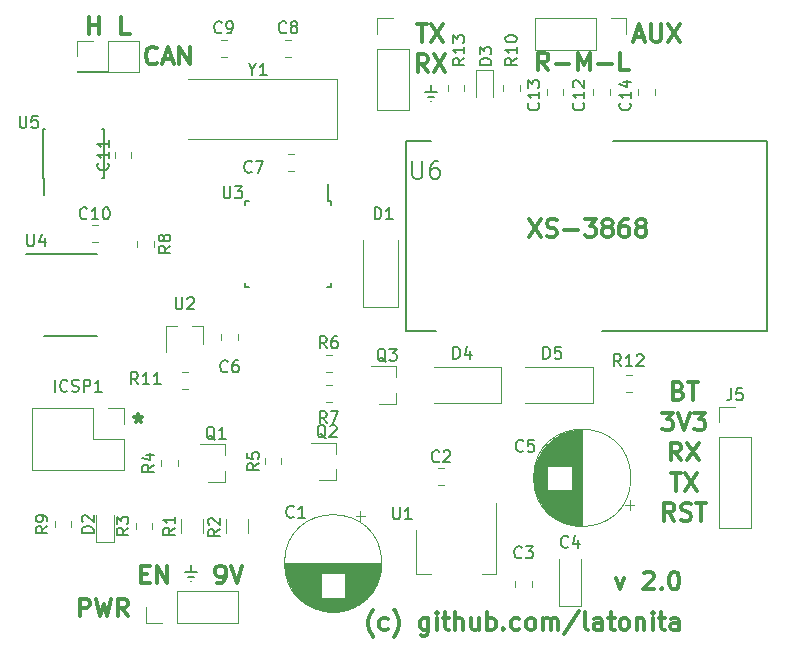
<source format=gbr>
%TF.GenerationSoftware,KiCad,Pcbnew,5.0.2-bee76a0~70~ubuntu18.04.1*%
%TF.CreationDate,2019-01-23T23:21:27+03:00*%
%TF.ProjectId,jeep-radio,6a656570-2d72-4616-9469-6f2e6b696361,rev?*%
%TF.SameCoordinates,Original*%
%TF.FileFunction,Legend,Top*%
%TF.FilePolarity,Positive*%
%FSLAX46Y46*%
G04 Gerber Fmt 4.6, Leading zero omitted, Abs format (unit mm)*
G04 Created by KiCad (PCBNEW 5.0.2-bee76a0~70~ubuntu18.04.1) date Ср 23 янв 2019 23:21:27*
%MOMM*%
%LPD*%
G01*
G04 APERTURE LIST*
%ADD10C,0.300000*%
%ADD11C,0.200000*%
%ADD12C,0.120000*%
%ADD13C,0.150000*%
G04 APERTURE END LIST*
D10*
X172763714Y-100710857D02*
X172978000Y-100782285D01*
X173049428Y-100853714D01*
X173120857Y-100996571D01*
X173120857Y-101210857D01*
X173049428Y-101353714D01*
X172978000Y-101425142D01*
X172835142Y-101496571D01*
X172263714Y-101496571D01*
X172263714Y-99996571D01*
X172763714Y-99996571D01*
X172906571Y-100068000D01*
X172978000Y-100139428D01*
X173049428Y-100282285D01*
X173049428Y-100425142D01*
X172978000Y-100568000D01*
X172906571Y-100639428D01*
X172763714Y-100710857D01*
X172263714Y-100710857D01*
X173549428Y-99996571D02*
X174406571Y-99996571D01*
X173978000Y-101496571D02*
X173978000Y-99996571D01*
X171370857Y-102546571D02*
X172299428Y-102546571D01*
X171799428Y-103118000D01*
X172013714Y-103118000D01*
X172156571Y-103189428D01*
X172228000Y-103260857D01*
X172299428Y-103403714D01*
X172299428Y-103760857D01*
X172228000Y-103903714D01*
X172156571Y-103975142D01*
X172013714Y-104046571D01*
X171585142Y-104046571D01*
X171442285Y-103975142D01*
X171370857Y-103903714D01*
X172728000Y-102546571D02*
X173228000Y-104046571D01*
X173728000Y-102546571D01*
X174085142Y-102546571D02*
X175013714Y-102546571D01*
X174513714Y-103118000D01*
X174728000Y-103118000D01*
X174870857Y-103189428D01*
X174942285Y-103260857D01*
X175013714Y-103403714D01*
X175013714Y-103760857D01*
X174942285Y-103903714D01*
X174870857Y-103975142D01*
X174728000Y-104046571D01*
X174299428Y-104046571D01*
X174156571Y-103975142D01*
X174085142Y-103903714D01*
X172978000Y-106596571D02*
X172478000Y-105882285D01*
X172120857Y-106596571D02*
X172120857Y-105096571D01*
X172692285Y-105096571D01*
X172835142Y-105168000D01*
X172906571Y-105239428D01*
X172978000Y-105382285D01*
X172978000Y-105596571D01*
X172906571Y-105739428D01*
X172835142Y-105810857D01*
X172692285Y-105882285D01*
X172120857Y-105882285D01*
X173478000Y-105096571D02*
X174478000Y-106596571D01*
X174478000Y-105096571D02*
X173478000Y-106596571D01*
X172085142Y-107646571D02*
X172942285Y-107646571D01*
X172513714Y-109146571D02*
X172513714Y-107646571D01*
X173299428Y-107646571D02*
X174299428Y-109146571D01*
X174299428Y-107646571D02*
X173299428Y-109146571D01*
X172406571Y-111696571D02*
X171906571Y-110982285D01*
X171549428Y-111696571D02*
X171549428Y-110196571D01*
X172120857Y-110196571D01*
X172263714Y-110268000D01*
X172335142Y-110339428D01*
X172406571Y-110482285D01*
X172406571Y-110696571D01*
X172335142Y-110839428D01*
X172263714Y-110910857D01*
X172120857Y-110982285D01*
X171549428Y-110982285D01*
X172978000Y-111625142D02*
X173192285Y-111696571D01*
X173549428Y-111696571D01*
X173692285Y-111625142D01*
X173763714Y-111553714D01*
X173835142Y-111410857D01*
X173835142Y-111268000D01*
X173763714Y-111125142D01*
X173692285Y-111053714D01*
X173549428Y-110982285D01*
X173263714Y-110910857D01*
X173120857Y-110839428D01*
X173049428Y-110768000D01*
X172978000Y-110625142D01*
X172978000Y-110482285D01*
X173049428Y-110339428D01*
X173120857Y-110268000D01*
X173263714Y-110196571D01*
X173620857Y-110196571D01*
X173835142Y-110268000D01*
X174263714Y-110196571D02*
X175120857Y-110196571D01*
X174692285Y-111696571D02*
X174692285Y-110196571D01*
X167465714Y-116518571D02*
X167822857Y-117518571D01*
X168180000Y-116518571D01*
X169822857Y-116161428D02*
X169894285Y-116090000D01*
X170037142Y-116018571D01*
X170394285Y-116018571D01*
X170537142Y-116090000D01*
X170608571Y-116161428D01*
X170680000Y-116304285D01*
X170680000Y-116447142D01*
X170608571Y-116661428D01*
X169751428Y-117518571D01*
X170680000Y-117518571D01*
X171322857Y-117375714D02*
X171394285Y-117447142D01*
X171322857Y-117518571D01*
X171251428Y-117447142D01*
X171322857Y-117375714D01*
X171322857Y-117518571D01*
X172322857Y-116018571D02*
X172465714Y-116018571D01*
X172608571Y-116090000D01*
X172680000Y-116161428D01*
X172751428Y-116304285D01*
X172822857Y-116590000D01*
X172822857Y-116947142D01*
X172751428Y-117232857D01*
X172680000Y-117375714D01*
X172608571Y-117447142D01*
X172465714Y-117518571D01*
X172322857Y-117518571D01*
X172180000Y-117447142D01*
X172108571Y-117375714D01*
X172037142Y-117232857D01*
X171965714Y-116947142D01*
X171965714Y-116590000D01*
X172037142Y-116304285D01*
X172108571Y-116161428D01*
X172180000Y-116090000D01*
X172322857Y-116018571D01*
X146924714Y-121519000D02*
X146853285Y-121447571D01*
X146710428Y-121233285D01*
X146639000Y-121090428D01*
X146567571Y-120876142D01*
X146496142Y-120519000D01*
X146496142Y-120233285D01*
X146567571Y-119876142D01*
X146639000Y-119661857D01*
X146710428Y-119519000D01*
X146853285Y-119304714D01*
X146924714Y-119233285D01*
X148139000Y-120876142D02*
X147996142Y-120947571D01*
X147710428Y-120947571D01*
X147567571Y-120876142D01*
X147496142Y-120804714D01*
X147424714Y-120661857D01*
X147424714Y-120233285D01*
X147496142Y-120090428D01*
X147567571Y-120019000D01*
X147710428Y-119947571D01*
X147996142Y-119947571D01*
X148139000Y-120019000D01*
X148639000Y-121519000D02*
X148710428Y-121447571D01*
X148853285Y-121233285D01*
X148924714Y-121090428D01*
X148996142Y-120876142D01*
X149067571Y-120519000D01*
X149067571Y-120233285D01*
X148996142Y-119876142D01*
X148924714Y-119661857D01*
X148853285Y-119519000D01*
X148710428Y-119304714D01*
X148639000Y-119233285D01*
X151567571Y-119947571D02*
X151567571Y-121161857D01*
X151496142Y-121304714D01*
X151424714Y-121376142D01*
X151281857Y-121447571D01*
X151067571Y-121447571D01*
X150924714Y-121376142D01*
X151567571Y-120876142D02*
X151424714Y-120947571D01*
X151139000Y-120947571D01*
X150996142Y-120876142D01*
X150924714Y-120804714D01*
X150853285Y-120661857D01*
X150853285Y-120233285D01*
X150924714Y-120090428D01*
X150996142Y-120019000D01*
X151139000Y-119947571D01*
X151424714Y-119947571D01*
X151567571Y-120019000D01*
X152281857Y-120947571D02*
X152281857Y-119947571D01*
X152281857Y-119447571D02*
X152210428Y-119519000D01*
X152281857Y-119590428D01*
X152353285Y-119519000D01*
X152281857Y-119447571D01*
X152281857Y-119590428D01*
X152781857Y-119947571D02*
X153353285Y-119947571D01*
X152996142Y-119447571D02*
X152996142Y-120733285D01*
X153067571Y-120876142D01*
X153210428Y-120947571D01*
X153353285Y-120947571D01*
X153853285Y-120947571D02*
X153853285Y-119447571D01*
X154496142Y-120947571D02*
X154496142Y-120161857D01*
X154424714Y-120019000D01*
X154281857Y-119947571D01*
X154067571Y-119947571D01*
X153924714Y-120019000D01*
X153853285Y-120090428D01*
X155853285Y-119947571D02*
X155853285Y-120947571D01*
X155210428Y-119947571D02*
X155210428Y-120733285D01*
X155281857Y-120876142D01*
X155424714Y-120947571D01*
X155639000Y-120947571D01*
X155781857Y-120876142D01*
X155853285Y-120804714D01*
X156567571Y-120947571D02*
X156567571Y-119447571D01*
X156567571Y-120019000D02*
X156710428Y-119947571D01*
X156996142Y-119947571D01*
X157139000Y-120019000D01*
X157210428Y-120090428D01*
X157281857Y-120233285D01*
X157281857Y-120661857D01*
X157210428Y-120804714D01*
X157139000Y-120876142D01*
X156996142Y-120947571D01*
X156710428Y-120947571D01*
X156567571Y-120876142D01*
X157924714Y-120804714D02*
X157996142Y-120876142D01*
X157924714Y-120947571D01*
X157853285Y-120876142D01*
X157924714Y-120804714D01*
X157924714Y-120947571D01*
X159281857Y-120876142D02*
X159139000Y-120947571D01*
X158853285Y-120947571D01*
X158710428Y-120876142D01*
X158639000Y-120804714D01*
X158567571Y-120661857D01*
X158567571Y-120233285D01*
X158639000Y-120090428D01*
X158710428Y-120019000D01*
X158853285Y-119947571D01*
X159139000Y-119947571D01*
X159281857Y-120019000D01*
X160139000Y-120947571D02*
X159996142Y-120876142D01*
X159924714Y-120804714D01*
X159853285Y-120661857D01*
X159853285Y-120233285D01*
X159924714Y-120090428D01*
X159996142Y-120019000D01*
X160139000Y-119947571D01*
X160353285Y-119947571D01*
X160496142Y-120019000D01*
X160567571Y-120090428D01*
X160639000Y-120233285D01*
X160639000Y-120661857D01*
X160567571Y-120804714D01*
X160496142Y-120876142D01*
X160353285Y-120947571D01*
X160139000Y-120947571D01*
X161281857Y-120947571D02*
X161281857Y-119947571D01*
X161281857Y-120090428D02*
X161353285Y-120019000D01*
X161496142Y-119947571D01*
X161710428Y-119947571D01*
X161853285Y-120019000D01*
X161924714Y-120161857D01*
X161924714Y-120947571D01*
X161924714Y-120161857D02*
X161996142Y-120019000D01*
X162139000Y-119947571D01*
X162353285Y-119947571D01*
X162496142Y-120019000D01*
X162567571Y-120161857D01*
X162567571Y-120947571D01*
X164353285Y-119376142D02*
X163067571Y-121304714D01*
X165067571Y-120947571D02*
X164924714Y-120876142D01*
X164853285Y-120733285D01*
X164853285Y-119447571D01*
X166281857Y-120947571D02*
X166281857Y-120161857D01*
X166210428Y-120019000D01*
X166067571Y-119947571D01*
X165781857Y-119947571D01*
X165639000Y-120019000D01*
X166281857Y-120876142D02*
X166139000Y-120947571D01*
X165781857Y-120947571D01*
X165639000Y-120876142D01*
X165567571Y-120733285D01*
X165567571Y-120590428D01*
X165639000Y-120447571D01*
X165781857Y-120376142D01*
X166139000Y-120376142D01*
X166281857Y-120304714D01*
X166781857Y-119947571D02*
X167353285Y-119947571D01*
X166996142Y-119447571D02*
X166996142Y-120733285D01*
X167067571Y-120876142D01*
X167210428Y-120947571D01*
X167353285Y-120947571D01*
X168067571Y-120947571D02*
X167924714Y-120876142D01*
X167853285Y-120804714D01*
X167781857Y-120661857D01*
X167781857Y-120233285D01*
X167853285Y-120090428D01*
X167924714Y-120019000D01*
X168067571Y-119947571D01*
X168281857Y-119947571D01*
X168424714Y-120019000D01*
X168496142Y-120090428D01*
X168567571Y-120233285D01*
X168567571Y-120661857D01*
X168496142Y-120804714D01*
X168424714Y-120876142D01*
X168281857Y-120947571D01*
X168067571Y-120947571D01*
X169210428Y-119947571D02*
X169210428Y-120947571D01*
X169210428Y-120090428D02*
X169281857Y-120019000D01*
X169424714Y-119947571D01*
X169639000Y-119947571D01*
X169781857Y-120019000D01*
X169853285Y-120161857D01*
X169853285Y-120947571D01*
X170567571Y-120947571D02*
X170567571Y-119947571D01*
X170567571Y-119447571D02*
X170496142Y-119519000D01*
X170567571Y-119590428D01*
X170639000Y-119519000D01*
X170567571Y-119447571D01*
X170567571Y-119590428D01*
X171067571Y-119947571D02*
X171639000Y-119947571D01*
X171281857Y-119447571D02*
X171281857Y-120733285D01*
X171353285Y-120876142D01*
X171496142Y-120947571D01*
X171639000Y-120947571D01*
X172781857Y-120947571D02*
X172781857Y-120161857D01*
X172710428Y-120019000D01*
X172567571Y-119947571D01*
X172281857Y-119947571D01*
X172139000Y-120019000D01*
X172781857Y-120876142D02*
X172639000Y-120947571D01*
X172281857Y-120947571D01*
X172139000Y-120876142D01*
X172067571Y-120733285D01*
X172067571Y-120590428D01*
X172139000Y-120447571D01*
X172281857Y-120376142D01*
X172639000Y-120376142D01*
X172781857Y-120304714D01*
X122079000Y-119804571D02*
X122079000Y-118304571D01*
X122650428Y-118304571D01*
X122793285Y-118376000D01*
X122864714Y-118447428D01*
X122936142Y-118590285D01*
X122936142Y-118804571D01*
X122864714Y-118947428D01*
X122793285Y-119018857D01*
X122650428Y-119090285D01*
X122079000Y-119090285D01*
X123436142Y-118304571D02*
X123793285Y-119804571D01*
X124079000Y-118733142D01*
X124364714Y-119804571D01*
X124721857Y-118304571D01*
X126150428Y-119804571D02*
X125650428Y-119090285D01*
X125293285Y-119804571D02*
X125293285Y-118304571D01*
X125864714Y-118304571D01*
X126007571Y-118376000D01*
X126079000Y-118447428D01*
X126150428Y-118590285D01*
X126150428Y-118804571D01*
X126079000Y-118947428D01*
X126007571Y-119018857D01*
X125864714Y-119090285D01*
X125293285Y-119090285D01*
X160100000Y-86173571D02*
X161100000Y-87673571D01*
X161100000Y-86173571D02*
X160100000Y-87673571D01*
X161600000Y-87602142D02*
X161814285Y-87673571D01*
X162171428Y-87673571D01*
X162314285Y-87602142D01*
X162385714Y-87530714D01*
X162457142Y-87387857D01*
X162457142Y-87245000D01*
X162385714Y-87102142D01*
X162314285Y-87030714D01*
X162171428Y-86959285D01*
X161885714Y-86887857D01*
X161742857Y-86816428D01*
X161671428Y-86745000D01*
X161600000Y-86602142D01*
X161600000Y-86459285D01*
X161671428Y-86316428D01*
X161742857Y-86245000D01*
X161885714Y-86173571D01*
X162242857Y-86173571D01*
X162457142Y-86245000D01*
X163100000Y-87102142D02*
X164242857Y-87102142D01*
X164814285Y-86173571D02*
X165742857Y-86173571D01*
X165242857Y-86745000D01*
X165457142Y-86745000D01*
X165600000Y-86816428D01*
X165671428Y-86887857D01*
X165742857Y-87030714D01*
X165742857Y-87387857D01*
X165671428Y-87530714D01*
X165600000Y-87602142D01*
X165457142Y-87673571D01*
X165028571Y-87673571D01*
X164885714Y-87602142D01*
X164814285Y-87530714D01*
X166600000Y-86816428D02*
X166457142Y-86745000D01*
X166385714Y-86673571D01*
X166314285Y-86530714D01*
X166314285Y-86459285D01*
X166385714Y-86316428D01*
X166457142Y-86245000D01*
X166600000Y-86173571D01*
X166885714Y-86173571D01*
X167028571Y-86245000D01*
X167100000Y-86316428D01*
X167171428Y-86459285D01*
X167171428Y-86530714D01*
X167100000Y-86673571D01*
X167028571Y-86745000D01*
X166885714Y-86816428D01*
X166600000Y-86816428D01*
X166457142Y-86887857D01*
X166385714Y-86959285D01*
X166314285Y-87102142D01*
X166314285Y-87387857D01*
X166385714Y-87530714D01*
X166457142Y-87602142D01*
X166600000Y-87673571D01*
X166885714Y-87673571D01*
X167028571Y-87602142D01*
X167100000Y-87530714D01*
X167171428Y-87387857D01*
X167171428Y-87102142D01*
X167100000Y-86959285D01*
X167028571Y-86887857D01*
X166885714Y-86816428D01*
X168457142Y-86173571D02*
X168171428Y-86173571D01*
X168028571Y-86245000D01*
X167957142Y-86316428D01*
X167814285Y-86530714D01*
X167742857Y-86816428D01*
X167742857Y-87387857D01*
X167814285Y-87530714D01*
X167885714Y-87602142D01*
X168028571Y-87673571D01*
X168314285Y-87673571D01*
X168457142Y-87602142D01*
X168528571Y-87530714D01*
X168600000Y-87387857D01*
X168600000Y-87030714D01*
X168528571Y-86887857D01*
X168457142Y-86816428D01*
X168314285Y-86745000D01*
X168028571Y-86745000D01*
X167885714Y-86816428D01*
X167814285Y-86887857D01*
X167742857Y-87030714D01*
X169457142Y-86816428D02*
X169314285Y-86745000D01*
X169242857Y-86673571D01*
X169171428Y-86530714D01*
X169171428Y-86459285D01*
X169242857Y-86316428D01*
X169314285Y-86245000D01*
X169457142Y-86173571D01*
X169742857Y-86173571D01*
X169885714Y-86245000D01*
X169957142Y-86316428D01*
X170028571Y-86459285D01*
X170028571Y-86530714D01*
X169957142Y-86673571D01*
X169885714Y-86745000D01*
X169742857Y-86816428D01*
X169457142Y-86816428D01*
X169314285Y-86887857D01*
X169242857Y-86959285D01*
X169171428Y-87102142D01*
X169171428Y-87387857D01*
X169242857Y-87530714D01*
X169314285Y-87602142D01*
X169457142Y-87673571D01*
X169742857Y-87673571D01*
X169885714Y-87602142D01*
X169957142Y-87530714D01*
X170028571Y-87387857D01*
X170028571Y-87102142D01*
X169957142Y-86959285D01*
X169885714Y-86887857D01*
X169742857Y-86816428D01*
D11*
X151765000Y-74803000D02*
X151765000Y-75438000D01*
X151257000Y-75438000D02*
X152273000Y-75438000D01*
X151765000Y-76200000D02*
X151765000Y-76200000D01*
X151511000Y-75819000D02*
X152019000Y-75819000D01*
X131445000Y-116840000D02*
X131445000Y-116840000D01*
X131191000Y-116459000D02*
X131699000Y-116459000D01*
X130937000Y-116078000D02*
X131953000Y-116078000D01*
X131445000Y-115443000D02*
X131445000Y-116078000D01*
D10*
X127000000Y-102683571D02*
X127000000Y-103040714D01*
X126642857Y-102897857D02*
X127000000Y-103040714D01*
X127357142Y-102897857D01*
X126785714Y-103326428D02*
X127000000Y-103040714D01*
X127214285Y-103326428D01*
X122852857Y-70528571D02*
X122852857Y-69028571D01*
X122852857Y-69742857D02*
X123710000Y-69742857D01*
X123710000Y-70528571D02*
X123710000Y-69028571D01*
X126281428Y-70528571D02*
X125567142Y-70528571D01*
X125567142Y-69028571D01*
X169084857Y-70735000D02*
X169799142Y-70735000D01*
X168942000Y-71163571D02*
X169442000Y-69663571D01*
X169942000Y-71163571D01*
X170442000Y-69663571D02*
X170442000Y-70877857D01*
X170513428Y-71020714D01*
X170584857Y-71092142D01*
X170727714Y-71163571D01*
X171013428Y-71163571D01*
X171156285Y-71092142D01*
X171227714Y-71020714D01*
X171299142Y-70877857D01*
X171299142Y-69663571D01*
X171870571Y-69663571D02*
X172870571Y-71163571D01*
X172870571Y-69663571D02*
X171870571Y-71163571D01*
X161734857Y-73576571D02*
X161234857Y-72862285D01*
X160877714Y-73576571D02*
X160877714Y-72076571D01*
X161449142Y-72076571D01*
X161592000Y-72148000D01*
X161663428Y-72219428D01*
X161734857Y-72362285D01*
X161734857Y-72576571D01*
X161663428Y-72719428D01*
X161592000Y-72790857D01*
X161449142Y-72862285D01*
X160877714Y-72862285D01*
X162377714Y-73005142D02*
X163520571Y-73005142D01*
X164234857Y-73576571D02*
X164234857Y-72076571D01*
X164734857Y-73148000D01*
X165234857Y-72076571D01*
X165234857Y-73576571D01*
X165949142Y-73005142D02*
X167092000Y-73005142D01*
X168520571Y-73576571D02*
X167806285Y-73576571D01*
X167806285Y-72076571D01*
X127266428Y-116224857D02*
X127766428Y-116224857D01*
X127980714Y-117010571D02*
X127266428Y-117010571D01*
X127266428Y-115510571D01*
X127980714Y-115510571D01*
X128623571Y-117010571D02*
X128623571Y-115510571D01*
X129480714Y-117010571D01*
X129480714Y-115510571D01*
X133695000Y-117010571D02*
X133980714Y-117010571D01*
X134123571Y-116939142D01*
X134195000Y-116867714D01*
X134337857Y-116653428D01*
X134409285Y-116367714D01*
X134409285Y-115796285D01*
X134337857Y-115653428D01*
X134266428Y-115582000D01*
X134123571Y-115510571D01*
X133837857Y-115510571D01*
X133695000Y-115582000D01*
X133623571Y-115653428D01*
X133552142Y-115796285D01*
X133552142Y-116153428D01*
X133623571Y-116296285D01*
X133695000Y-116367714D01*
X133837857Y-116439142D01*
X134123571Y-116439142D01*
X134266428Y-116367714D01*
X134337857Y-116296285D01*
X134409285Y-116153428D01*
X134837857Y-115510571D02*
X135337857Y-117010571D01*
X135837857Y-115510571D01*
X128575714Y-72925714D02*
X128504285Y-72997142D01*
X128290000Y-73068571D01*
X128147142Y-73068571D01*
X127932857Y-72997142D01*
X127790000Y-72854285D01*
X127718571Y-72711428D01*
X127647142Y-72425714D01*
X127647142Y-72211428D01*
X127718571Y-71925714D01*
X127790000Y-71782857D01*
X127932857Y-71640000D01*
X128147142Y-71568571D01*
X128290000Y-71568571D01*
X128504285Y-71640000D01*
X128575714Y-71711428D01*
X129147142Y-72640000D02*
X129861428Y-72640000D01*
X129004285Y-73068571D02*
X129504285Y-71568571D01*
X130004285Y-73068571D01*
X130504285Y-73068571D02*
X130504285Y-71568571D01*
X131361428Y-73068571D01*
X131361428Y-71568571D01*
X150622142Y-69658571D02*
X151479285Y-69658571D01*
X151050714Y-71158571D02*
X151050714Y-69658571D01*
X151836428Y-69658571D02*
X152836428Y-71158571D01*
X152836428Y-69658571D02*
X151836428Y-71158571D01*
X151515000Y-73708571D02*
X151015000Y-72994285D01*
X150657857Y-73708571D02*
X150657857Y-72208571D01*
X151229285Y-72208571D01*
X151372142Y-72280000D01*
X151443571Y-72351428D01*
X151515000Y-72494285D01*
X151515000Y-72708571D01*
X151443571Y-72851428D01*
X151372142Y-72922857D01*
X151229285Y-72994285D01*
X150657857Y-72994285D01*
X152015000Y-72208571D02*
X153015000Y-73708571D01*
X153015000Y-72208571D02*
X152015000Y-73708571D01*
D12*
X176216000Y-112328000D02*
X178876000Y-112328000D01*
X176216000Y-104648000D02*
X176216000Y-112328000D01*
X178876000Y-104648000D02*
X178876000Y-112328000D01*
X176216000Y-104648000D02*
X178876000Y-104648000D01*
X176216000Y-103378000D02*
X176216000Y-102048000D01*
X176216000Y-102048000D02*
X177546000Y-102048000D01*
X154634000Y-74798422D02*
X154634000Y-75315578D01*
X153214000Y-74798422D02*
X153214000Y-75315578D01*
D13*
X180210000Y-79540000D02*
X167210000Y-79540000D01*
X180210000Y-95640000D02*
X180210000Y-79540000D01*
X166310000Y-95640000D02*
X180210000Y-95640000D01*
X149710000Y-95640000D02*
X152210000Y-95640000D01*
X149710000Y-79540000D02*
X149710000Y-95640000D01*
X151810000Y-79540000D02*
X149710000Y-79540000D01*
D12*
X147260000Y-76895000D02*
X149920000Y-76895000D01*
X147260000Y-71755000D02*
X147260000Y-76895000D01*
X149920000Y-71755000D02*
X149920000Y-76895000D01*
X147260000Y-71755000D02*
X149920000Y-71755000D01*
X147260000Y-70485000D02*
X147260000Y-69155000D01*
X147260000Y-69155000D02*
X148590000Y-69155000D01*
X168717000Y-108077000D02*
G75*
G03X168717000Y-108077000I-4120000J0D01*
G01*
X164597000Y-112157000D02*
X164597000Y-103997000D01*
X164557000Y-112157000D02*
X164557000Y-103997000D01*
X164517000Y-112157000D02*
X164517000Y-103997000D01*
X164477000Y-112156000D02*
X164477000Y-103998000D01*
X164437000Y-112154000D02*
X164437000Y-104000000D01*
X164397000Y-112153000D02*
X164397000Y-104001000D01*
X164357000Y-112151000D02*
X164357000Y-104003000D01*
X164317000Y-112148000D02*
X164317000Y-104006000D01*
X164277000Y-112145000D02*
X164277000Y-104009000D01*
X164237000Y-112142000D02*
X164237000Y-104012000D01*
X164197000Y-112138000D02*
X164197000Y-104016000D01*
X164157000Y-112134000D02*
X164157000Y-104020000D01*
X164117000Y-112129000D02*
X164117000Y-104025000D01*
X164077000Y-112125000D02*
X164077000Y-104029000D01*
X164037000Y-112119000D02*
X164037000Y-104035000D01*
X163997000Y-112114000D02*
X163997000Y-104040000D01*
X163957000Y-112107000D02*
X163957000Y-104047000D01*
X163917000Y-112101000D02*
X163917000Y-104053000D01*
X163876000Y-112094000D02*
X163876000Y-104060000D01*
X163836000Y-112087000D02*
X163836000Y-104067000D01*
X163796000Y-112079000D02*
X163796000Y-104075000D01*
X163756000Y-112071000D02*
X163756000Y-104083000D01*
X163716000Y-112062000D02*
X163716000Y-109117000D01*
X163716000Y-107037000D02*
X163716000Y-104092000D01*
X163676000Y-112053000D02*
X163676000Y-109117000D01*
X163676000Y-107037000D02*
X163676000Y-104101000D01*
X163636000Y-112044000D02*
X163636000Y-109117000D01*
X163636000Y-107037000D02*
X163636000Y-104110000D01*
X163596000Y-112034000D02*
X163596000Y-109117000D01*
X163596000Y-107037000D02*
X163596000Y-104120000D01*
X163556000Y-112024000D02*
X163556000Y-109117000D01*
X163556000Y-107037000D02*
X163556000Y-104130000D01*
X163516000Y-112013000D02*
X163516000Y-109117000D01*
X163516000Y-107037000D02*
X163516000Y-104141000D01*
X163476000Y-112002000D02*
X163476000Y-109117000D01*
X163476000Y-107037000D02*
X163476000Y-104152000D01*
X163436000Y-111991000D02*
X163436000Y-109117000D01*
X163436000Y-107037000D02*
X163436000Y-104163000D01*
X163396000Y-111979000D02*
X163396000Y-109117000D01*
X163396000Y-107037000D02*
X163396000Y-104175000D01*
X163356000Y-111966000D02*
X163356000Y-109117000D01*
X163356000Y-107037000D02*
X163356000Y-104188000D01*
X163316000Y-111954000D02*
X163316000Y-109117000D01*
X163316000Y-107037000D02*
X163316000Y-104200000D01*
X163276000Y-111940000D02*
X163276000Y-109117000D01*
X163276000Y-107037000D02*
X163276000Y-104214000D01*
X163236000Y-111927000D02*
X163236000Y-109117000D01*
X163236000Y-107037000D02*
X163236000Y-104227000D01*
X163196000Y-111912000D02*
X163196000Y-109117000D01*
X163196000Y-107037000D02*
X163196000Y-104242000D01*
X163156000Y-111898000D02*
X163156000Y-109117000D01*
X163156000Y-107037000D02*
X163156000Y-104256000D01*
X163116000Y-111882000D02*
X163116000Y-109117000D01*
X163116000Y-107037000D02*
X163116000Y-104272000D01*
X163076000Y-111867000D02*
X163076000Y-109117000D01*
X163076000Y-107037000D02*
X163076000Y-104287000D01*
X163036000Y-111851000D02*
X163036000Y-109117000D01*
X163036000Y-107037000D02*
X163036000Y-104303000D01*
X162996000Y-111834000D02*
X162996000Y-109117000D01*
X162996000Y-107037000D02*
X162996000Y-104320000D01*
X162956000Y-111817000D02*
X162956000Y-109117000D01*
X162956000Y-107037000D02*
X162956000Y-104337000D01*
X162916000Y-111799000D02*
X162916000Y-109117000D01*
X162916000Y-107037000D02*
X162916000Y-104355000D01*
X162876000Y-111781000D02*
X162876000Y-109117000D01*
X162876000Y-107037000D02*
X162876000Y-104373000D01*
X162836000Y-111763000D02*
X162836000Y-109117000D01*
X162836000Y-107037000D02*
X162836000Y-104391000D01*
X162796000Y-111743000D02*
X162796000Y-109117000D01*
X162796000Y-107037000D02*
X162796000Y-104411000D01*
X162756000Y-111724000D02*
X162756000Y-109117000D01*
X162756000Y-107037000D02*
X162756000Y-104430000D01*
X162716000Y-111704000D02*
X162716000Y-109117000D01*
X162716000Y-107037000D02*
X162716000Y-104450000D01*
X162676000Y-111683000D02*
X162676000Y-109117000D01*
X162676000Y-107037000D02*
X162676000Y-104471000D01*
X162636000Y-111661000D02*
X162636000Y-109117000D01*
X162636000Y-107037000D02*
X162636000Y-104493000D01*
X162596000Y-111639000D02*
X162596000Y-109117000D01*
X162596000Y-107037000D02*
X162596000Y-104515000D01*
X162556000Y-111617000D02*
X162556000Y-109117000D01*
X162556000Y-107037000D02*
X162556000Y-104537000D01*
X162516000Y-111594000D02*
X162516000Y-109117000D01*
X162516000Y-107037000D02*
X162516000Y-104560000D01*
X162476000Y-111570000D02*
X162476000Y-109117000D01*
X162476000Y-107037000D02*
X162476000Y-104584000D01*
X162436000Y-111546000D02*
X162436000Y-109117000D01*
X162436000Y-107037000D02*
X162436000Y-104608000D01*
X162396000Y-111521000D02*
X162396000Y-109117000D01*
X162396000Y-107037000D02*
X162396000Y-104633000D01*
X162356000Y-111495000D02*
X162356000Y-109117000D01*
X162356000Y-107037000D02*
X162356000Y-104659000D01*
X162316000Y-111469000D02*
X162316000Y-109117000D01*
X162316000Y-107037000D02*
X162316000Y-104685000D01*
X162276000Y-111442000D02*
X162276000Y-109117000D01*
X162276000Y-107037000D02*
X162276000Y-104712000D01*
X162236000Y-111415000D02*
X162236000Y-109117000D01*
X162236000Y-107037000D02*
X162236000Y-104739000D01*
X162196000Y-111386000D02*
X162196000Y-109117000D01*
X162196000Y-107037000D02*
X162196000Y-104768000D01*
X162156000Y-111357000D02*
X162156000Y-109117000D01*
X162156000Y-107037000D02*
X162156000Y-104797000D01*
X162116000Y-111327000D02*
X162116000Y-109117000D01*
X162116000Y-107037000D02*
X162116000Y-104827000D01*
X162076000Y-111297000D02*
X162076000Y-109117000D01*
X162076000Y-107037000D02*
X162076000Y-104857000D01*
X162036000Y-111266000D02*
X162036000Y-109117000D01*
X162036000Y-107037000D02*
X162036000Y-104888000D01*
X161996000Y-111233000D02*
X161996000Y-109117000D01*
X161996000Y-107037000D02*
X161996000Y-104921000D01*
X161956000Y-111201000D02*
X161956000Y-109117000D01*
X161956000Y-107037000D02*
X161956000Y-104953000D01*
X161916000Y-111167000D02*
X161916000Y-109117000D01*
X161916000Y-107037000D02*
X161916000Y-104987000D01*
X161876000Y-111132000D02*
X161876000Y-109117000D01*
X161876000Y-107037000D02*
X161876000Y-105022000D01*
X161836000Y-111096000D02*
X161836000Y-109117000D01*
X161836000Y-107037000D02*
X161836000Y-105058000D01*
X161796000Y-111060000D02*
X161796000Y-109117000D01*
X161796000Y-107037000D02*
X161796000Y-105094000D01*
X161756000Y-111022000D02*
X161756000Y-109117000D01*
X161756000Y-107037000D02*
X161756000Y-105132000D01*
X161716000Y-110984000D02*
X161716000Y-109117000D01*
X161716000Y-107037000D02*
X161716000Y-105170000D01*
X161676000Y-110944000D02*
X161676000Y-109117000D01*
X161676000Y-107037000D02*
X161676000Y-105210000D01*
X161636000Y-110903000D02*
X161636000Y-105251000D01*
X161596000Y-110861000D02*
X161596000Y-105293000D01*
X161556000Y-110818000D02*
X161556000Y-105336000D01*
X161516000Y-110774000D02*
X161516000Y-105380000D01*
X161476000Y-110728000D02*
X161476000Y-105426000D01*
X161436000Y-110681000D02*
X161436000Y-105473000D01*
X161396000Y-110633000D02*
X161396000Y-105521000D01*
X161356000Y-110582000D02*
X161356000Y-105572000D01*
X161316000Y-110531000D02*
X161316000Y-105623000D01*
X161276000Y-110477000D02*
X161276000Y-105677000D01*
X161236000Y-110422000D02*
X161236000Y-105732000D01*
X161196000Y-110364000D02*
X161196000Y-105790000D01*
X161156000Y-110305000D02*
X161156000Y-105849000D01*
X161116000Y-110243000D02*
X161116000Y-105911000D01*
X161076000Y-110179000D02*
X161076000Y-105975000D01*
X161036000Y-110111000D02*
X161036000Y-106043000D01*
X160996000Y-110041000D02*
X160996000Y-106113000D01*
X160956000Y-109967000D02*
X160956000Y-106187000D01*
X160916000Y-109890000D02*
X160916000Y-106264000D01*
X160876000Y-109808000D02*
X160876000Y-106346000D01*
X160836000Y-109722000D02*
X160836000Y-106432000D01*
X160796000Y-109629000D02*
X160796000Y-106525000D01*
X160756000Y-109530000D02*
X160756000Y-106624000D01*
X160716000Y-109423000D02*
X160716000Y-106731000D01*
X160676000Y-109306000D02*
X160676000Y-106848000D01*
X160636000Y-109175000D02*
X160636000Y-106979000D01*
X160596000Y-109025000D02*
X160596000Y-107129000D01*
X160556000Y-108845000D02*
X160556000Y-107309000D01*
X160516000Y-108610000D02*
X160516000Y-107544000D01*
X169006698Y-110392000D02*
X168206698Y-110392000D01*
X168606698Y-110792000D02*
X168606698Y-109992000D01*
X147630000Y-115311000D02*
G75*
G03X147630000Y-115311000I-4120000J0D01*
G01*
X147590000Y-115311000D02*
X139430000Y-115311000D01*
X147590000Y-115351000D02*
X139430000Y-115351000D01*
X147590000Y-115391000D02*
X139430000Y-115391000D01*
X147589000Y-115431000D02*
X139431000Y-115431000D01*
X147587000Y-115471000D02*
X139433000Y-115471000D01*
X147586000Y-115511000D02*
X139434000Y-115511000D01*
X147584000Y-115551000D02*
X139436000Y-115551000D01*
X147581000Y-115591000D02*
X139439000Y-115591000D01*
X147578000Y-115631000D02*
X139442000Y-115631000D01*
X147575000Y-115671000D02*
X139445000Y-115671000D01*
X147571000Y-115711000D02*
X139449000Y-115711000D01*
X147567000Y-115751000D02*
X139453000Y-115751000D01*
X147562000Y-115791000D02*
X139458000Y-115791000D01*
X147558000Y-115831000D02*
X139462000Y-115831000D01*
X147552000Y-115871000D02*
X139468000Y-115871000D01*
X147547000Y-115911000D02*
X139473000Y-115911000D01*
X147540000Y-115951000D02*
X139480000Y-115951000D01*
X147534000Y-115991000D02*
X139486000Y-115991000D01*
X147527000Y-116032000D02*
X139493000Y-116032000D01*
X147520000Y-116072000D02*
X139500000Y-116072000D01*
X147512000Y-116112000D02*
X139508000Y-116112000D01*
X147504000Y-116152000D02*
X139516000Y-116152000D01*
X147495000Y-116192000D02*
X144550000Y-116192000D01*
X142470000Y-116192000D02*
X139525000Y-116192000D01*
X147486000Y-116232000D02*
X144550000Y-116232000D01*
X142470000Y-116232000D02*
X139534000Y-116232000D01*
X147477000Y-116272000D02*
X144550000Y-116272000D01*
X142470000Y-116272000D02*
X139543000Y-116272000D01*
X147467000Y-116312000D02*
X144550000Y-116312000D01*
X142470000Y-116312000D02*
X139553000Y-116312000D01*
X147457000Y-116352000D02*
X144550000Y-116352000D01*
X142470000Y-116352000D02*
X139563000Y-116352000D01*
X147446000Y-116392000D02*
X144550000Y-116392000D01*
X142470000Y-116392000D02*
X139574000Y-116392000D01*
X147435000Y-116432000D02*
X144550000Y-116432000D01*
X142470000Y-116432000D02*
X139585000Y-116432000D01*
X147424000Y-116472000D02*
X144550000Y-116472000D01*
X142470000Y-116472000D02*
X139596000Y-116472000D01*
X147412000Y-116512000D02*
X144550000Y-116512000D01*
X142470000Y-116512000D02*
X139608000Y-116512000D01*
X147399000Y-116552000D02*
X144550000Y-116552000D01*
X142470000Y-116552000D02*
X139621000Y-116552000D01*
X147387000Y-116592000D02*
X144550000Y-116592000D01*
X142470000Y-116592000D02*
X139633000Y-116592000D01*
X147373000Y-116632000D02*
X144550000Y-116632000D01*
X142470000Y-116632000D02*
X139647000Y-116632000D01*
X147360000Y-116672000D02*
X144550000Y-116672000D01*
X142470000Y-116672000D02*
X139660000Y-116672000D01*
X147345000Y-116712000D02*
X144550000Y-116712000D01*
X142470000Y-116712000D02*
X139675000Y-116712000D01*
X147331000Y-116752000D02*
X144550000Y-116752000D01*
X142470000Y-116752000D02*
X139689000Y-116752000D01*
X147315000Y-116792000D02*
X144550000Y-116792000D01*
X142470000Y-116792000D02*
X139705000Y-116792000D01*
X147300000Y-116832000D02*
X144550000Y-116832000D01*
X142470000Y-116832000D02*
X139720000Y-116832000D01*
X147284000Y-116872000D02*
X144550000Y-116872000D01*
X142470000Y-116872000D02*
X139736000Y-116872000D01*
X147267000Y-116912000D02*
X144550000Y-116912000D01*
X142470000Y-116912000D02*
X139753000Y-116912000D01*
X147250000Y-116952000D02*
X144550000Y-116952000D01*
X142470000Y-116952000D02*
X139770000Y-116952000D01*
X147232000Y-116992000D02*
X144550000Y-116992000D01*
X142470000Y-116992000D02*
X139788000Y-116992000D01*
X147214000Y-117032000D02*
X144550000Y-117032000D01*
X142470000Y-117032000D02*
X139806000Y-117032000D01*
X147196000Y-117072000D02*
X144550000Y-117072000D01*
X142470000Y-117072000D02*
X139824000Y-117072000D01*
X147176000Y-117112000D02*
X144550000Y-117112000D01*
X142470000Y-117112000D02*
X139844000Y-117112000D01*
X147157000Y-117152000D02*
X144550000Y-117152000D01*
X142470000Y-117152000D02*
X139863000Y-117152000D01*
X147137000Y-117192000D02*
X144550000Y-117192000D01*
X142470000Y-117192000D02*
X139883000Y-117192000D01*
X147116000Y-117232000D02*
X144550000Y-117232000D01*
X142470000Y-117232000D02*
X139904000Y-117232000D01*
X147094000Y-117272000D02*
X144550000Y-117272000D01*
X142470000Y-117272000D02*
X139926000Y-117272000D01*
X147072000Y-117312000D02*
X144550000Y-117312000D01*
X142470000Y-117312000D02*
X139948000Y-117312000D01*
X147050000Y-117352000D02*
X144550000Y-117352000D01*
X142470000Y-117352000D02*
X139970000Y-117352000D01*
X147027000Y-117392000D02*
X144550000Y-117392000D01*
X142470000Y-117392000D02*
X139993000Y-117392000D01*
X147003000Y-117432000D02*
X144550000Y-117432000D01*
X142470000Y-117432000D02*
X140017000Y-117432000D01*
X146979000Y-117472000D02*
X144550000Y-117472000D01*
X142470000Y-117472000D02*
X140041000Y-117472000D01*
X146954000Y-117512000D02*
X144550000Y-117512000D01*
X142470000Y-117512000D02*
X140066000Y-117512000D01*
X146928000Y-117552000D02*
X144550000Y-117552000D01*
X142470000Y-117552000D02*
X140092000Y-117552000D01*
X146902000Y-117592000D02*
X144550000Y-117592000D01*
X142470000Y-117592000D02*
X140118000Y-117592000D01*
X146875000Y-117632000D02*
X144550000Y-117632000D01*
X142470000Y-117632000D02*
X140145000Y-117632000D01*
X146848000Y-117672000D02*
X144550000Y-117672000D01*
X142470000Y-117672000D02*
X140172000Y-117672000D01*
X146819000Y-117712000D02*
X144550000Y-117712000D01*
X142470000Y-117712000D02*
X140201000Y-117712000D01*
X146790000Y-117752000D02*
X144550000Y-117752000D01*
X142470000Y-117752000D02*
X140230000Y-117752000D01*
X146760000Y-117792000D02*
X144550000Y-117792000D01*
X142470000Y-117792000D02*
X140260000Y-117792000D01*
X146730000Y-117832000D02*
X144550000Y-117832000D01*
X142470000Y-117832000D02*
X140290000Y-117832000D01*
X146699000Y-117872000D02*
X144550000Y-117872000D01*
X142470000Y-117872000D02*
X140321000Y-117872000D01*
X146666000Y-117912000D02*
X144550000Y-117912000D01*
X142470000Y-117912000D02*
X140354000Y-117912000D01*
X146634000Y-117952000D02*
X144550000Y-117952000D01*
X142470000Y-117952000D02*
X140386000Y-117952000D01*
X146600000Y-117992000D02*
X144550000Y-117992000D01*
X142470000Y-117992000D02*
X140420000Y-117992000D01*
X146565000Y-118032000D02*
X144550000Y-118032000D01*
X142470000Y-118032000D02*
X140455000Y-118032000D01*
X146529000Y-118072000D02*
X144550000Y-118072000D01*
X142470000Y-118072000D02*
X140491000Y-118072000D01*
X146493000Y-118112000D02*
X144550000Y-118112000D01*
X142470000Y-118112000D02*
X140527000Y-118112000D01*
X146455000Y-118152000D02*
X144550000Y-118152000D01*
X142470000Y-118152000D02*
X140565000Y-118152000D01*
X146417000Y-118192000D02*
X144550000Y-118192000D01*
X142470000Y-118192000D02*
X140603000Y-118192000D01*
X146377000Y-118232000D02*
X144550000Y-118232000D01*
X142470000Y-118232000D02*
X140643000Y-118232000D01*
X146336000Y-118272000D02*
X140684000Y-118272000D01*
X146294000Y-118312000D02*
X140726000Y-118312000D01*
X146251000Y-118352000D02*
X140769000Y-118352000D01*
X146207000Y-118392000D02*
X140813000Y-118392000D01*
X146161000Y-118432000D02*
X140859000Y-118432000D01*
X146114000Y-118472000D02*
X140906000Y-118472000D01*
X146066000Y-118512000D02*
X140954000Y-118512000D01*
X146015000Y-118552000D02*
X141005000Y-118552000D01*
X145964000Y-118592000D02*
X141056000Y-118592000D01*
X145910000Y-118632000D02*
X141110000Y-118632000D01*
X145855000Y-118672000D02*
X141165000Y-118672000D01*
X145797000Y-118712000D02*
X141223000Y-118712000D01*
X145738000Y-118752000D02*
X141282000Y-118752000D01*
X145676000Y-118792000D02*
X141344000Y-118792000D01*
X145612000Y-118832000D02*
X141408000Y-118832000D01*
X145544000Y-118872000D02*
X141476000Y-118872000D01*
X145474000Y-118912000D02*
X141546000Y-118912000D01*
X145400000Y-118952000D02*
X141620000Y-118952000D01*
X145323000Y-118992000D02*
X141697000Y-118992000D01*
X145241000Y-119032000D02*
X141779000Y-119032000D01*
X145155000Y-119072000D02*
X141865000Y-119072000D01*
X145062000Y-119112000D02*
X141958000Y-119112000D01*
X144963000Y-119152000D02*
X142057000Y-119152000D01*
X144856000Y-119192000D02*
X142164000Y-119192000D01*
X144739000Y-119232000D02*
X142281000Y-119232000D01*
X144608000Y-119272000D02*
X142412000Y-119272000D01*
X144458000Y-119312000D02*
X142562000Y-119312000D01*
X144278000Y-119352000D02*
X142742000Y-119352000D01*
X144043000Y-119392000D02*
X142977000Y-119392000D01*
X145825000Y-110901302D02*
X145825000Y-111701302D01*
X146225000Y-111301302D02*
X145425000Y-111301302D01*
X146000000Y-87897000D02*
X146000000Y-93597000D01*
X146000000Y-93597000D02*
X149000000Y-93597000D01*
X149000000Y-93597000D02*
X149000000Y-87897000D01*
X121860000Y-73720000D02*
X127060000Y-73720000D01*
X121860000Y-73660000D02*
X121860000Y-73720000D01*
X127060000Y-71060000D02*
X127060000Y-73720000D01*
X121860000Y-73660000D02*
X124460000Y-73660000D01*
X124460000Y-73660000D02*
X124460000Y-71060000D01*
X124460000Y-71060000D02*
X127060000Y-71060000D01*
X121860000Y-72390000D02*
X121860000Y-71060000D01*
X121860000Y-71060000D02*
X123190000Y-71060000D01*
X131260000Y-79385000D02*
X143860000Y-79385000D01*
X143860000Y-79385000D02*
X143860000Y-74285000D01*
X143860000Y-74285000D02*
X131260000Y-74285000D01*
X169343000Y-75696578D02*
X169343000Y-75179422D01*
X170763000Y-75696578D02*
X170763000Y-75179422D01*
X152395422Y-108660000D02*
X152912578Y-108660000D01*
X152395422Y-107240000D02*
X152912578Y-107240000D01*
X158929000Y-117352578D02*
X158929000Y-116835422D01*
X160349000Y-117352578D02*
X160349000Y-116835422D01*
X163016000Y-75696578D02*
X163016000Y-75179422D01*
X161596000Y-75696578D02*
X161596000Y-75179422D01*
X165533000Y-75696578D02*
X165533000Y-75179422D01*
X166953000Y-75696578D02*
X166953000Y-75179422D01*
X135457000Y-96397578D02*
X135457000Y-95880422D01*
X134037000Y-96397578D02*
X134037000Y-95880422D01*
X140212578Y-82117000D02*
X139695422Y-82117000D01*
X140212578Y-80697000D02*
X139695422Y-80697000D01*
X139958578Y-71045000D02*
X139441422Y-71045000D01*
X139958578Y-72465000D02*
X139441422Y-72465000D01*
X134028922Y-71045000D02*
X134546078Y-71045000D01*
X134028922Y-72465000D02*
X134546078Y-72465000D01*
X123575578Y-86666000D02*
X123058422Y-86666000D01*
X123575578Y-88086000D02*
X123058422Y-88086000D01*
X125020000Y-81030578D02*
X125020000Y-80513422D01*
X126440000Y-81030578D02*
X126440000Y-80513422D01*
X162641000Y-114986000D02*
X162641000Y-118896000D01*
X162641000Y-118896000D02*
X164511000Y-118896000D01*
X164511000Y-118896000D02*
X164511000Y-114986000D01*
X168335000Y-69155000D02*
X168335000Y-70485000D01*
X167005000Y-69155000D02*
X168335000Y-69155000D01*
X165735000Y-69155000D02*
X165735000Y-71815000D01*
X165735000Y-71815000D02*
X160595000Y-71815000D01*
X165735000Y-69155000D02*
X160595000Y-69155000D01*
X160595000Y-69155000D02*
X160595000Y-71815000D01*
X135442000Y-120329000D02*
X135442000Y-117669000D01*
X130302000Y-120329000D02*
X135442000Y-120329000D01*
X130302000Y-117669000D02*
X135442000Y-117669000D01*
X130302000Y-120329000D02*
X130302000Y-117669000D01*
X129032000Y-120329000D02*
X127702000Y-120329000D01*
X127702000Y-120329000D02*
X127702000Y-118999000D01*
X118050000Y-102175000D02*
X118050000Y-107375000D01*
X123190000Y-102175000D02*
X118050000Y-102175000D01*
X125790000Y-107375000D02*
X118050000Y-107375000D01*
X123190000Y-102175000D02*
X123190000Y-104775000D01*
X123190000Y-104775000D02*
X125790000Y-104775000D01*
X125790000Y-104775000D02*
X125790000Y-107375000D01*
X124460000Y-102175000D02*
X125790000Y-102175000D01*
X125790000Y-102175000D02*
X125790000Y-103505000D01*
X157732000Y-98703000D02*
X152032000Y-98703000D01*
X157732000Y-101703000D02*
X157732000Y-98703000D01*
X152032000Y-101703000D02*
X157732000Y-101703000D01*
X159779000Y-101703000D02*
X165479000Y-101703000D01*
X165479000Y-101703000D02*
X165479000Y-98703000D01*
X165479000Y-98703000D02*
X159779000Y-98703000D01*
X155602000Y-73572000D02*
X155602000Y-75857000D01*
X157072000Y-73572000D02*
X155602000Y-73572000D01*
X157072000Y-75857000D02*
X157072000Y-73572000D01*
X123471000Y-111214000D02*
X123471000Y-113499000D01*
X123471000Y-113499000D02*
X124941000Y-113499000D01*
X124941000Y-113499000D02*
X124941000Y-111214000D01*
D13*
X143325000Y-84640000D02*
X143100000Y-84640000D01*
X143325000Y-91890000D02*
X143000000Y-91890000D01*
X136075000Y-91890000D02*
X136400000Y-91890000D01*
X136075000Y-84640000D02*
X136400000Y-84640000D01*
X143325000Y-84640000D02*
X143325000Y-84965000D01*
X136075000Y-84640000D02*
X136075000Y-84965000D01*
X136075000Y-91890000D02*
X136075000Y-91565000D01*
X143325000Y-91890000D02*
X143325000Y-91565000D01*
X143100000Y-84640000D02*
X143100000Y-83215000D01*
X118964000Y-82720000D02*
X119014000Y-82720000D01*
X118964000Y-78570000D02*
X119109000Y-78570000D01*
X124114000Y-78570000D02*
X123969000Y-78570000D01*
X124114000Y-82720000D02*
X123969000Y-82720000D01*
X118964000Y-82720000D02*
X118964000Y-78570000D01*
X124114000Y-82720000D02*
X124114000Y-78570000D01*
X119014000Y-82720000D02*
X119014000Y-84120000D01*
X119060000Y-96033000D02*
X123510000Y-96033000D01*
X117535000Y-89133000D02*
X123510000Y-89133000D01*
D12*
X150514000Y-116210000D02*
X151774000Y-116210000D01*
X157334000Y-116210000D02*
X156074000Y-116210000D01*
X150514000Y-112450000D02*
X150514000Y-116210000D01*
X157334000Y-110200000D02*
X157334000Y-116210000D01*
X132517000Y-95252000D02*
X132517000Y-96712000D01*
X129357000Y-95252000D02*
X129357000Y-97412000D01*
X129357000Y-95252000D02*
X130287000Y-95252000D01*
X132517000Y-95252000D02*
X131587000Y-95252000D01*
X134364000Y-108387000D02*
X134364000Y-107457000D01*
X134364000Y-105227000D02*
X134364000Y-106157000D01*
X134364000Y-105227000D02*
X132204000Y-105227000D01*
X134364000Y-108387000D02*
X132904000Y-108387000D01*
X143762000Y-108260000D02*
X142302000Y-108260000D01*
X143762000Y-105100000D02*
X141602000Y-105100000D01*
X143762000Y-105100000D02*
X143762000Y-106030000D01*
X143762000Y-108260000D02*
X143762000Y-107330000D01*
X148842000Y-101783000D02*
X148842000Y-100853000D01*
X148842000Y-98623000D02*
X148842000Y-99553000D01*
X148842000Y-98623000D02*
X146682000Y-98623000D01*
X148842000Y-101783000D02*
X147382000Y-101783000D01*
X168787578Y-99366000D02*
X168270422Y-99366000D01*
X168787578Y-100786000D02*
X168270422Y-100786000D01*
X131195578Y-100532000D02*
X130678422Y-100532000D01*
X131195578Y-99112000D02*
X130678422Y-99112000D01*
X157913000Y-74798422D02*
X157913000Y-75315578D01*
X159333000Y-74798422D02*
X159333000Y-75315578D01*
X119940000Y-112272578D02*
X119940000Y-111755422D01*
X121360000Y-112272578D02*
X121360000Y-111755422D01*
X126925000Y-88006422D02*
X126925000Y-88523578D01*
X128345000Y-88006422D02*
X128345000Y-88523578D01*
X143387578Y-99135000D02*
X142870422Y-99135000D01*
X143387578Y-97715000D02*
X142870422Y-97715000D01*
X139140000Y-106938578D02*
X139140000Y-106421422D01*
X137720000Y-106938578D02*
X137720000Y-106421422D01*
X130377000Y-106548422D02*
X130377000Y-107065578D01*
X128957000Y-106548422D02*
X128957000Y-107065578D01*
X126798000Y-111882422D02*
X126798000Y-112399578D01*
X128218000Y-111882422D02*
X128218000Y-112399578D01*
X142870422Y-100255000D02*
X143387578Y-100255000D01*
X142870422Y-101675000D02*
X143387578Y-101675000D01*
X130662000Y-111538936D02*
X130662000Y-112743064D01*
X132482000Y-111538936D02*
X132482000Y-112743064D01*
X136292000Y-111538936D02*
X136292000Y-112743064D01*
X134472000Y-111538936D02*
X134472000Y-112743064D01*
D13*
X177212666Y-100500380D02*
X177212666Y-101214666D01*
X177165047Y-101357523D01*
X177069809Y-101452761D01*
X176926952Y-101500380D01*
X176831714Y-101500380D01*
X178165047Y-100500380D02*
X177688857Y-100500380D01*
X177641238Y-100976571D01*
X177688857Y-100928952D01*
X177784095Y-100881333D01*
X178022190Y-100881333D01*
X178117428Y-100928952D01*
X178165047Y-100976571D01*
X178212666Y-101071809D01*
X178212666Y-101309904D01*
X178165047Y-101405142D01*
X178117428Y-101452761D01*
X178022190Y-101500380D01*
X177784095Y-101500380D01*
X177688857Y-101452761D01*
X177641238Y-101405142D01*
X154630380Y-72524857D02*
X154154190Y-72858190D01*
X154630380Y-73096285D02*
X153630380Y-73096285D01*
X153630380Y-72715333D01*
X153678000Y-72620095D01*
X153725619Y-72572476D01*
X153820857Y-72524857D01*
X153963714Y-72524857D01*
X154058952Y-72572476D01*
X154106571Y-72620095D01*
X154154190Y-72715333D01*
X154154190Y-73096285D01*
X154630380Y-71572476D02*
X154630380Y-72143904D01*
X154630380Y-71858190D02*
X153630380Y-71858190D01*
X153773238Y-71953428D01*
X153868476Y-72048666D01*
X153916095Y-72143904D01*
X153630380Y-71239142D02*
X153630380Y-70620095D01*
X154011333Y-70953428D01*
X154011333Y-70810571D01*
X154058952Y-70715333D01*
X154106571Y-70667714D01*
X154201809Y-70620095D01*
X154439904Y-70620095D01*
X154535142Y-70667714D01*
X154582761Y-70715333D01*
X154630380Y-70810571D01*
X154630380Y-71096285D01*
X154582761Y-71191523D01*
X154535142Y-71239142D01*
X150218142Y-81258571D02*
X150218142Y-82472857D01*
X150289571Y-82615714D01*
X150361000Y-82687142D01*
X150503857Y-82758571D01*
X150789571Y-82758571D01*
X150932428Y-82687142D01*
X151003857Y-82615714D01*
X151075285Y-82472857D01*
X151075285Y-81258571D01*
X152432428Y-81258571D02*
X152146714Y-81258571D01*
X152003857Y-81330000D01*
X151932428Y-81401428D01*
X151789571Y-81615714D01*
X151718142Y-81901428D01*
X151718142Y-82472857D01*
X151789571Y-82615714D01*
X151861000Y-82687142D01*
X152003857Y-82758571D01*
X152289571Y-82758571D01*
X152432428Y-82687142D01*
X152503857Y-82615714D01*
X152575285Y-82472857D01*
X152575285Y-82115714D01*
X152503857Y-81972857D01*
X152432428Y-81901428D01*
X152289571Y-81830000D01*
X152003857Y-81830000D01*
X151861000Y-81901428D01*
X151789571Y-81972857D01*
X151718142Y-82115714D01*
X159599333Y-105767142D02*
X159551714Y-105814761D01*
X159408857Y-105862380D01*
X159313619Y-105862380D01*
X159170761Y-105814761D01*
X159075523Y-105719523D01*
X159027904Y-105624285D01*
X158980285Y-105433809D01*
X158980285Y-105290952D01*
X159027904Y-105100476D01*
X159075523Y-105005238D01*
X159170761Y-104910000D01*
X159313619Y-104862380D01*
X159408857Y-104862380D01*
X159551714Y-104910000D01*
X159599333Y-104957619D01*
X160504095Y-104862380D02*
X160027904Y-104862380D01*
X159980285Y-105338571D01*
X160027904Y-105290952D01*
X160123142Y-105243333D01*
X160361238Y-105243333D01*
X160456476Y-105290952D01*
X160504095Y-105338571D01*
X160551714Y-105433809D01*
X160551714Y-105671904D01*
X160504095Y-105767142D01*
X160456476Y-105814761D01*
X160361238Y-105862380D01*
X160123142Y-105862380D01*
X160027904Y-105814761D01*
X159980285Y-105767142D01*
X140168333Y-111355142D02*
X140120714Y-111402761D01*
X139977857Y-111450380D01*
X139882619Y-111450380D01*
X139739761Y-111402761D01*
X139644523Y-111307523D01*
X139596904Y-111212285D01*
X139549285Y-111021809D01*
X139549285Y-110878952D01*
X139596904Y-110688476D01*
X139644523Y-110593238D01*
X139739761Y-110498000D01*
X139882619Y-110450380D01*
X139977857Y-110450380D01*
X140120714Y-110498000D01*
X140168333Y-110545619D01*
X141120714Y-111450380D02*
X140549285Y-111450380D01*
X140835000Y-111450380D02*
X140835000Y-110450380D01*
X140739761Y-110593238D01*
X140644523Y-110688476D01*
X140549285Y-110736095D01*
X147015904Y-86177380D02*
X147015904Y-85177380D01*
X147254000Y-85177380D01*
X147396857Y-85225000D01*
X147492095Y-85320238D01*
X147539714Y-85415476D01*
X147587333Y-85605952D01*
X147587333Y-85748809D01*
X147539714Y-85939285D01*
X147492095Y-86034523D01*
X147396857Y-86129761D01*
X147254000Y-86177380D01*
X147015904Y-86177380D01*
X148539714Y-86177380D02*
X147968285Y-86177380D01*
X148254000Y-86177380D02*
X148254000Y-85177380D01*
X148158761Y-85320238D01*
X148063523Y-85415476D01*
X147968285Y-85463095D01*
X136683809Y-73509190D02*
X136683809Y-73985380D01*
X136350476Y-72985380D02*
X136683809Y-73509190D01*
X137017142Y-72985380D01*
X137874285Y-73985380D02*
X137302857Y-73985380D01*
X137588571Y-73985380D02*
X137588571Y-72985380D01*
X137493333Y-73128238D01*
X137398095Y-73223476D01*
X137302857Y-73271095D01*
X168632142Y-76334857D02*
X168679761Y-76382476D01*
X168727380Y-76525333D01*
X168727380Y-76620571D01*
X168679761Y-76763428D01*
X168584523Y-76858666D01*
X168489285Y-76906285D01*
X168298809Y-76953904D01*
X168155952Y-76953904D01*
X167965476Y-76906285D01*
X167870238Y-76858666D01*
X167775000Y-76763428D01*
X167727380Y-76620571D01*
X167727380Y-76525333D01*
X167775000Y-76382476D01*
X167822619Y-76334857D01*
X168727380Y-75382476D02*
X168727380Y-75953904D01*
X168727380Y-75668190D02*
X167727380Y-75668190D01*
X167870238Y-75763428D01*
X167965476Y-75858666D01*
X168013095Y-75953904D01*
X168060714Y-74525333D02*
X168727380Y-74525333D01*
X167679761Y-74763428D02*
X168394047Y-75001523D01*
X168394047Y-74382476D01*
X152487333Y-106657142D02*
X152439714Y-106704761D01*
X152296857Y-106752380D01*
X152201619Y-106752380D01*
X152058761Y-106704761D01*
X151963523Y-106609523D01*
X151915904Y-106514285D01*
X151868285Y-106323809D01*
X151868285Y-106180952D01*
X151915904Y-105990476D01*
X151963523Y-105895238D01*
X152058761Y-105800000D01*
X152201619Y-105752380D01*
X152296857Y-105752380D01*
X152439714Y-105800000D01*
X152487333Y-105847619D01*
X152868285Y-105847619D02*
X152915904Y-105800000D01*
X153011142Y-105752380D01*
X153249238Y-105752380D01*
X153344476Y-105800000D01*
X153392095Y-105847619D01*
X153439714Y-105942857D01*
X153439714Y-106038095D01*
X153392095Y-106180952D01*
X152820666Y-106752380D01*
X153439714Y-106752380D01*
X159472333Y-114784142D02*
X159424714Y-114831761D01*
X159281857Y-114879380D01*
X159186619Y-114879380D01*
X159043761Y-114831761D01*
X158948523Y-114736523D01*
X158900904Y-114641285D01*
X158853285Y-114450809D01*
X158853285Y-114307952D01*
X158900904Y-114117476D01*
X158948523Y-114022238D01*
X159043761Y-113927000D01*
X159186619Y-113879380D01*
X159281857Y-113879380D01*
X159424714Y-113927000D01*
X159472333Y-113974619D01*
X159805666Y-113879380D02*
X160424714Y-113879380D01*
X160091380Y-114260333D01*
X160234238Y-114260333D01*
X160329476Y-114307952D01*
X160377095Y-114355571D01*
X160424714Y-114450809D01*
X160424714Y-114688904D01*
X160377095Y-114784142D01*
X160329476Y-114831761D01*
X160234238Y-114879380D01*
X159948523Y-114879380D01*
X159853285Y-114831761D01*
X159805666Y-114784142D01*
X160885142Y-76334857D02*
X160932761Y-76382476D01*
X160980380Y-76525333D01*
X160980380Y-76620571D01*
X160932761Y-76763428D01*
X160837523Y-76858666D01*
X160742285Y-76906285D01*
X160551809Y-76953904D01*
X160408952Y-76953904D01*
X160218476Y-76906285D01*
X160123238Y-76858666D01*
X160028000Y-76763428D01*
X159980380Y-76620571D01*
X159980380Y-76525333D01*
X160028000Y-76382476D01*
X160075619Y-76334857D01*
X160980380Y-75382476D02*
X160980380Y-75953904D01*
X160980380Y-75668190D02*
X159980380Y-75668190D01*
X160123238Y-75763428D01*
X160218476Y-75858666D01*
X160266095Y-75953904D01*
X159980380Y-75049142D02*
X159980380Y-74430095D01*
X160361333Y-74763428D01*
X160361333Y-74620571D01*
X160408952Y-74525333D01*
X160456571Y-74477714D01*
X160551809Y-74430095D01*
X160789904Y-74430095D01*
X160885142Y-74477714D01*
X160932761Y-74525333D01*
X160980380Y-74620571D01*
X160980380Y-74906285D01*
X160932761Y-75001523D01*
X160885142Y-75049142D01*
X164695142Y-76334857D02*
X164742761Y-76382476D01*
X164790380Y-76525333D01*
X164790380Y-76620571D01*
X164742761Y-76763428D01*
X164647523Y-76858666D01*
X164552285Y-76906285D01*
X164361809Y-76953904D01*
X164218952Y-76953904D01*
X164028476Y-76906285D01*
X163933238Y-76858666D01*
X163838000Y-76763428D01*
X163790380Y-76620571D01*
X163790380Y-76525333D01*
X163838000Y-76382476D01*
X163885619Y-76334857D01*
X164790380Y-75382476D02*
X164790380Y-75953904D01*
X164790380Y-75668190D02*
X163790380Y-75668190D01*
X163933238Y-75763428D01*
X164028476Y-75858666D01*
X164076095Y-75953904D01*
X163885619Y-75001523D02*
X163838000Y-74953904D01*
X163790380Y-74858666D01*
X163790380Y-74620571D01*
X163838000Y-74525333D01*
X163885619Y-74477714D01*
X163980857Y-74430095D01*
X164076095Y-74430095D01*
X164218952Y-74477714D01*
X164790380Y-75049142D01*
X164790380Y-74430095D01*
X134580333Y-99036142D02*
X134532714Y-99083761D01*
X134389857Y-99131380D01*
X134294619Y-99131380D01*
X134151761Y-99083761D01*
X134056523Y-98988523D01*
X134008904Y-98893285D01*
X133961285Y-98702809D01*
X133961285Y-98559952D01*
X134008904Y-98369476D01*
X134056523Y-98274238D01*
X134151761Y-98179000D01*
X134294619Y-98131380D01*
X134389857Y-98131380D01*
X134532714Y-98179000D01*
X134580333Y-98226619D01*
X135437476Y-98131380D02*
X135247000Y-98131380D01*
X135151761Y-98179000D01*
X135104142Y-98226619D01*
X135008904Y-98369476D01*
X134961285Y-98559952D01*
X134961285Y-98940904D01*
X135008904Y-99036142D01*
X135056523Y-99083761D01*
X135151761Y-99131380D01*
X135342238Y-99131380D01*
X135437476Y-99083761D01*
X135485095Y-99036142D01*
X135532714Y-98940904D01*
X135532714Y-98702809D01*
X135485095Y-98607571D01*
X135437476Y-98559952D01*
X135342238Y-98512333D01*
X135151761Y-98512333D01*
X135056523Y-98559952D01*
X135008904Y-98607571D01*
X134961285Y-98702809D01*
X136612333Y-82145142D02*
X136564714Y-82192761D01*
X136421857Y-82240380D01*
X136326619Y-82240380D01*
X136183761Y-82192761D01*
X136088523Y-82097523D01*
X136040904Y-82002285D01*
X135993285Y-81811809D01*
X135993285Y-81668952D01*
X136040904Y-81478476D01*
X136088523Y-81383238D01*
X136183761Y-81288000D01*
X136326619Y-81240380D01*
X136421857Y-81240380D01*
X136564714Y-81288000D01*
X136612333Y-81335619D01*
X136945666Y-81240380D02*
X137612333Y-81240380D01*
X137183761Y-82240380D01*
X139533333Y-70334142D02*
X139485714Y-70381761D01*
X139342857Y-70429380D01*
X139247619Y-70429380D01*
X139104761Y-70381761D01*
X139009523Y-70286523D01*
X138961904Y-70191285D01*
X138914285Y-70000809D01*
X138914285Y-69857952D01*
X138961904Y-69667476D01*
X139009523Y-69572238D01*
X139104761Y-69477000D01*
X139247619Y-69429380D01*
X139342857Y-69429380D01*
X139485714Y-69477000D01*
X139533333Y-69524619D01*
X140104761Y-69857952D02*
X140009523Y-69810333D01*
X139961904Y-69762714D01*
X139914285Y-69667476D01*
X139914285Y-69619857D01*
X139961904Y-69524619D01*
X140009523Y-69477000D01*
X140104761Y-69429380D01*
X140295238Y-69429380D01*
X140390476Y-69477000D01*
X140438095Y-69524619D01*
X140485714Y-69619857D01*
X140485714Y-69667476D01*
X140438095Y-69762714D01*
X140390476Y-69810333D01*
X140295238Y-69857952D01*
X140104761Y-69857952D01*
X140009523Y-69905571D01*
X139961904Y-69953190D01*
X139914285Y-70048428D01*
X139914285Y-70238904D01*
X139961904Y-70334142D01*
X140009523Y-70381761D01*
X140104761Y-70429380D01*
X140295238Y-70429380D01*
X140390476Y-70381761D01*
X140438095Y-70334142D01*
X140485714Y-70238904D01*
X140485714Y-70048428D01*
X140438095Y-69953190D01*
X140390476Y-69905571D01*
X140295238Y-69857952D01*
X134072333Y-70334142D02*
X134024714Y-70381761D01*
X133881857Y-70429380D01*
X133786619Y-70429380D01*
X133643761Y-70381761D01*
X133548523Y-70286523D01*
X133500904Y-70191285D01*
X133453285Y-70000809D01*
X133453285Y-69857952D01*
X133500904Y-69667476D01*
X133548523Y-69572238D01*
X133643761Y-69477000D01*
X133786619Y-69429380D01*
X133881857Y-69429380D01*
X134024714Y-69477000D01*
X134072333Y-69524619D01*
X134548523Y-70429380D02*
X134739000Y-70429380D01*
X134834238Y-70381761D01*
X134881857Y-70334142D01*
X134977095Y-70191285D01*
X135024714Y-70000809D01*
X135024714Y-69619857D01*
X134977095Y-69524619D01*
X134929476Y-69477000D01*
X134834238Y-69429380D01*
X134643761Y-69429380D01*
X134548523Y-69477000D01*
X134500904Y-69524619D01*
X134453285Y-69619857D01*
X134453285Y-69857952D01*
X134500904Y-69953190D01*
X134548523Y-70000809D01*
X134643761Y-70048428D01*
X134834238Y-70048428D01*
X134929476Y-70000809D01*
X134977095Y-69953190D01*
X135024714Y-69857952D01*
X122674142Y-86082142D02*
X122626523Y-86129761D01*
X122483666Y-86177380D01*
X122388428Y-86177380D01*
X122245571Y-86129761D01*
X122150333Y-86034523D01*
X122102714Y-85939285D01*
X122055095Y-85748809D01*
X122055095Y-85605952D01*
X122102714Y-85415476D01*
X122150333Y-85320238D01*
X122245571Y-85225000D01*
X122388428Y-85177380D01*
X122483666Y-85177380D01*
X122626523Y-85225000D01*
X122674142Y-85272619D01*
X123626523Y-86177380D02*
X123055095Y-86177380D01*
X123340809Y-86177380D02*
X123340809Y-85177380D01*
X123245571Y-85320238D01*
X123150333Y-85415476D01*
X123055095Y-85463095D01*
X124245571Y-85177380D02*
X124340809Y-85177380D01*
X124436047Y-85225000D01*
X124483666Y-85272619D01*
X124531285Y-85367857D01*
X124578904Y-85558333D01*
X124578904Y-85796428D01*
X124531285Y-85986904D01*
X124483666Y-86082142D01*
X124436047Y-86129761D01*
X124340809Y-86177380D01*
X124245571Y-86177380D01*
X124150333Y-86129761D01*
X124102714Y-86082142D01*
X124055095Y-85986904D01*
X124007476Y-85796428D01*
X124007476Y-85558333D01*
X124055095Y-85367857D01*
X124102714Y-85272619D01*
X124150333Y-85225000D01*
X124245571Y-85177380D01*
X124437142Y-81414857D02*
X124484761Y-81462476D01*
X124532380Y-81605333D01*
X124532380Y-81700571D01*
X124484761Y-81843428D01*
X124389523Y-81938666D01*
X124294285Y-81986285D01*
X124103809Y-82033904D01*
X123960952Y-82033904D01*
X123770476Y-81986285D01*
X123675238Y-81938666D01*
X123580000Y-81843428D01*
X123532380Y-81700571D01*
X123532380Y-81605333D01*
X123580000Y-81462476D01*
X123627619Y-81414857D01*
X124532380Y-80462476D02*
X124532380Y-81033904D01*
X124532380Y-80748190D02*
X123532380Y-80748190D01*
X123675238Y-80843428D01*
X123770476Y-80938666D01*
X123818095Y-81033904D01*
X124532380Y-79510095D02*
X124532380Y-80081523D01*
X124532380Y-79795809D02*
X123532380Y-79795809D01*
X123675238Y-79891047D01*
X123770476Y-79986285D01*
X123818095Y-80081523D01*
X163409333Y-113895142D02*
X163361714Y-113942761D01*
X163218857Y-113990380D01*
X163123619Y-113990380D01*
X162980761Y-113942761D01*
X162885523Y-113847523D01*
X162837904Y-113752285D01*
X162790285Y-113561809D01*
X162790285Y-113418952D01*
X162837904Y-113228476D01*
X162885523Y-113133238D01*
X162980761Y-113038000D01*
X163123619Y-112990380D01*
X163218857Y-112990380D01*
X163361714Y-113038000D01*
X163409333Y-113085619D01*
X164266476Y-113323714D02*
X164266476Y-113990380D01*
X164028380Y-112942761D02*
X163790285Y-113657047D01*
X164409333Y-113657047D01*
X119967619Y-100782380D02*
X119967619Y-99782380D01*
X121015238Y-100687142D02*
X120967619Y-100734761D01*
X120824761Y-100782380D01*
X120729523Y-100782380D01*
X120586666Y-100734761D01*
X120491428Y-100639523D01*
X120443809Y-100544285D01*
X120396190Y-100353809D01*
X120396190Y-100210952D01*
X120443809Y-100020476D01*
X120491428Y-99925238D01*
X120586666Y-99830000D01*
X120729523Y-99782380D01*
X120824761Y-99782380D01*
X120967619Y-99830000D01*
X121015238Y-99877619D01*
X121396190Y-100734761D02*
X121539047Y-100782380D01*
X121777142Y-100782380D01*
X121872380Y-100734761D01*
X121920000Y-100687142D01*
X121967619Y-100591904D01*
X121967619Y-100496666D01*
X121920000Y-100401428D01*
X121872380Y-100353809D01*
X121777142Y-100306190D01*
X121586666Y-100258571D01*
X121491428Y-100210952D01*
X121443809Y-100163333D01*
X121396190Y-100068095D01*
X121396190Y-99972857D01*
X121443809Y-99877619D01*
X121491428Y-99830000D01*
X121586666Y-99782380D01*
X121824761Y-99782380D01*
X121967619Y-99830000D01*
X122396190Y-100782380D02*
X122396190Y-99782380D01*
X122777142Y-99782380D01*
X122872380Y-99830000D01*
X122920000Y-99877619D01*
X122967619Y-99972857D01*
X122967619Y-100115714D01*
X122920000Y-100210952D01*
X122872380Y-100258571D01*
X122777142Y-100306190D01*
X122396190Y-100306190D01*
X123920000Y-100782380D02*
X123348571Y-100782380D01*
X123634285Y-100782380D02*
X123634285Y-99782380D01*
X123539047Y-99925238D01*
X123443809Y-100020476D01*
X123348571Y-100068095D01*
X153693904Y-97988380D02*
X153693904Y-96988380D01*
X153932000Y-96988380D01*
X154074857Y-97036000D01*
X154170095Y-97131238D01*
X154217714Y-97226476D01*
X154265333Y-97416952D01*
X154265333Y-97559809D01*
X154217714Y-97750285D01*
X154170095Y-97845523D01*
X154074857Y-97940761D01*
X153932000Y-97988380D01*
X153693904Y-97988380D01*
X155122476Y-97321714D02*
X155122476Y-97988380D01*
X154884380Y-96940761D02*
X154646285Y-97655047D01*
X155265333Y-97655047D01*
X161313904Y-97988380D02*
X161313904Y-96988380D01*
X161552000Y-96988380D01*
X161694857Y-97036000D01*
X161790095Y-97131238D01*
X161837714Y-97226476D01*
X161885333Y-97416952D01*
X161885333Y-97559809D01*
X161837714Y-97750285D01*
X161790095Y-97845523D01*
X161694857Y-97940761D01*
X161552000Y-97988380D01*
X161313904Y-97988380D01*
X162790095Y-96988380D02*
X162313904Y-96988380D01*
X162266285Y-97464571D01*
X162313904Y-97416952D01*
X162409142Y-97369333D01*
X162647238Y-97369333D01*
X162742476Y-97416952D01*
X162790095Y-97464571D01*
X162837714Y-97559809D01*
X162837714Y-97797904D01*
X162790095Y-97893142D01*
X162742476Y-97940761D01*
X162647238Y-97988380D01*
X162409142Y-97988380D01*
X162313904Y-97940761D01*
X162266285Y-97893142D01*
X156916380Y-73128095D02*
X155916380Y-73128095D01*
X155916380Y-72890000D01*
X155964000Y-72747142D01*
X156059238Y-72651904D01*
X156154476Y-72604285D01*
X156344952Y-72556666D01*
X156487809Y-72556666D01*
X156678285Y-72604285D01*
X156773523Y-72651904D01*
X156868761Y-72747142D01*
X156916380Y-72890000D01*
X156916380Y-73128095D01*
X155916380Y-72223333D02*
X155916380Y-71604285D01*
X156297333Y-71937619D01*
X156297333Y-71794761D01*
X156344952Y-71699523D01*
X156392571Y-71651904D01*
X156487809Y-71604285D01*
X156725904Y-71604285D01*
X156821142Y-71651904D01*
X156868761Y-71699523D01*
X156916380Y-71794761D01*
X156916380Y-72080476D01*
X156868761Y-72175714D01*
X156821142Y-72223333D01*
X123228380Y-112752095D02*
X122228380Y-112752095D01*
X122228380Y-112514000D01*
X122276000Y-112371142D01*
X122371238Y-112275904D01*
X122466476Y-112228285D01*
X122656952Y-112180666D01*
X122799809Y-112180666D01*
X122990285Y-112228285D01*
X123085523Y-112275904D01*
X123180761Y-112371142D01*
X123228380Y-112514000D01*
X123228380Y-112752095D01*
X122323619Y-111799714D02*
X122276000Y-111752095D01*
X122228380Y-111656857D01*
X122228380Y-111418761D01*
X122276000Y-111323523D01*
X122323619Y-111275904D01*
X122418857Y-111228285D01*
X122514095Y-111228285D01*
X122656952Y-111275904D01*
X123228380Y-111847333D01*
X123228380Y-111228285D01*
X134239095Y-83399380D02*
X134239095Y-84208904D01*
X134286714Y-84304142D01*
X134334333Y-84351761D01*
X134429571Y-84399380D01*
X134620047Y-84399380D01*
X134715285Y-84351761D01*
X134762904Y-84304142D01*
X134810523Y-84208904D01*
X134810523Y-83399380D01*
X135191476Y-83399380D02*
X135810523Y-83399380D01*
X135477190Y-83780333D01*
X135620047Y-83780333D01*
X135715285Y-83827952D01*
X135762904Y-83875571D01*
X135810523Y-83970809D01*
X135810523Y-84208904D01*
X135762904Y-84304142D01*
X135715285Y-84351761D01*
X135620047Y-84399380D01*
X135334333Y-84399380D01*
X135239095Y-84351761D01*
X135191476Y-84304142D01*
X116967095Y-77430380D02*
X116967095Y-78239904D01*
X117014714Y-78335142D01*
X117062333Y-78382761D01*
X117157571Y-78430380D01*
X117348047Y-78430380D01*
X117443285Y-78382761D01*
X117490904Y-78335142D01*
X117538523Y-78239904D01*
X117538523Y-77430380D01*
X118490904Y-77430380D02*
X118014714Y-77430380D01*
X117967095Y-77906571D01*
X118014714Y-77858952D01*
X118109952Y-77811333D01*
X118348047Y-77811333D01*
X118443285Y-77858952D01*
X118490904Y-77906571D01*
X118538523Y-78001809D01*
X118538523Y-78239904D01*
X118490904Y-78335142D01*
X118443285Y-78382761D01*
X118348047Y-78430380D01*
X118109952Y-78430380D01*
X118014714Y-78382761D01*
X117967095Y-78335142D01*
X117602095Y-87463380D02*
X117602095Y-88272904D01*
X117649714Y-88368142D01*
X117697333Y-88415761D01*
X117792571Y-88463380D01*
X117983047Y-88463380D01*
X118078285Y-88415761D01*
X118125904Y-88368142D01*
X118173523Y-88272904D01*
X118173523Y-87463380D01*
X119078285Y-87796714D02*
X119078285Y-88463380D01*
X118840190Y-87415761D02*
X118602095Y-88130047D01*
X119221142Y-88130047D01*
X148590095Y-110577380D02*
X148590095Y-111386904D01*
X148637714Y-111482142D01*
X148685333Y-111529761D01*
X148780571Y-111577380D01*
X148971047Y-111577380D01*
X149066285Y-111529761D01*
X149113904Y-111482142D01*
X149161523Y-111386904D01*
X149161523Y-110577380D01*
X150161523Y-111577380D02*
X149590095Y-111577380D01*
X149875809Y-111577380D02*
X149875809Y-110577380D01*
X149780571Y-110720238D01*
X149685333Y-110815476D01*
X149590095Y-110863095D01*
X130175095Y-92797380D02*
X130175095Y-93606904D01*
X130222714Y-93702142D01*
X130270333Y-93749761D01*
X130365571Y-93797380D01*
X130556047Y-93797380D01*
X130651285Y-93749761D01*
X130698904Y-93702142D01*
X130746523Y-93606904D01*
X130746523Y-92797380D01*
X131175095Y-92892619D02*
X131222714Y-92845000D01*
X131317952Y-92797380D01*
X131556047Y-92797380D01*
X131651285Y-92845000D01*
X131698904Y-92892619D01*
X131746523Y-92987857D01*
X131746523Y-93083095D01*
X131698904Y-93225952D01*
X131127476Y-93797380D01*
X131746523Y-93797380D01*
X133508761Y-104854619D02*
X133413523Y-104807000D01*
X133318285Y-104711761D01*
X133175428Y-104568904D01*
X133080190Y-104521285D01*
X132984952Y-104521285D01*
X133032571Y-104759380D02*
X132937333Y-104711761D01*
X132842095Y-104616523D01*
X132794476Y-104426047D01*
X132794476Y-104092714D01*
X132842095Y-103902238D01*
X132937333Y-103807000D01*
X133032571Y-103759380D01*
X133223047Y-103759380D01*
X133318285Y-103807000D01*
X133413523Y-103902238D01*
X133461142Y-104092714D01*
X133461142Y-104426047D01*
X133413523Y-104616523D01*
X133318285Y-104711761D01*
X133223047Y-104759380D01*
X133032571Y-104759380D01*
X134413523Y-104759380D02*
X133842095Y-104759380D01*
X134127809Y-104759380D02*
X134127809Y-103759380D01*
X134032571Y-103902238D01*
X133937333Y-103997476D01*
X133842095Y-104045095D01*
X142906761Y-104727619D02*
X142811523Y-104680000D01*
X142716285Y-104584761D01*
X142573428Y-104441904D01*
X142478190Y-104394285D01*
X142382952Y-104394285D01*
X142430571Y-104632380D02*
X142335333Y-104584761D01*
X142240095Y-104489523D01*
X142192476Y-104299047D01*
X142192476Y-103965714D01*
X142240095Y-103775238D01*
X142335333Y-103680000D01*
X142430571Y-103632380D01*
X142621047Y-103632380D01*
X142716285Y-103680000D01*
X142811523Y-103775238D01*
X142859142Y-103965714D01*
X142859142Y-104299047D01*
X142811523Y-104489523D01*
X142716285Y-104584761D01*
X142621047Y-104632380D01*
X142430571Y-104632380D01*
X143240095Y-103727619D02*
X143287714Y-103680000D01*
X143382952Y-103632380D01*
X143621047Y-103632380D01*
X143716285Y-103680000D01*
X143763904Y-103727619D01*
X143811523Y-103822857D01*
X143811523Y-103918095D01*
X143763904Y-104060952D01*
X143192476Y-104632380D01*
X143811523Y-104632380D01*
X147986761Y-98250619D02*
X147891523Y-98203000D01*
X147796285Y-98107761D01*
X147653428Y-97964904D01*
X147558190Y-97917285D01*
X147462952Y-97917285D01*
X147510571Y-98155380D02*
X147415333Y-98107761D01*
X147320095Y-98012523D01*
X147272476Y-97822047D01*
X147272476Y-97488714D01*
X147320095Y-97298238D01*
X147415333Y-97203000D01*
X147510571Y-97155380D01*
X147701047Y-97155380D01*
X147796285Y-97203000D01*
X147891523Y-97298238D01*
X147939142Y-97488714D01*
X147939142Y-97822047D01*
X147891523Y-98012523D01*
X147796285Y-98107761D01*
X147701047Y-98155380D01*
X147510571Y-98155380D01*
X148272476Y-97155380D02*
X148891523Y-97155380D01*
X148558190Y-97536333D01*
X148701047Y-97536333D01*
X148796285Y-97583952D01*
X148843904Y-97631571D01*
X148891523Y-97726809D01*
X148891523Y-97964904D01*
X148843904Y-98060142D01*
X148796285Y-98107761D01*
X148701047Y-98155380D01*
X148415333Y-98155380D01*
X148320095Y-98107761D01*
X148272476Y-98060142D01*
X167886142Y-98623380D02*
X167552809Y-98147190D01*
X167314714Y-98623380D02*
X167314714Y-97623380D01*
X167695666Y-97623380D01*
X167790904Y-97671000D01*
X167838523Y-97718619D01*
X167886142Y-97813857D01*
X167886142Y-97956714D01*
X167838523Y-98051952D01*
X167790904Y-98099571D01*
X167695666Y-98147190D01*
X167314714Y-98147190D01*
X168838523Y-98623380D02*
X168267095Y-98623380D01*
X168552809Y-98623380D02*
X168552809Y-97623380D01*
X168457571Y-97766238D01*
X168362333Y-97861476D01*
X168267095Y-97909095D01*
X169219476Y-97718619D02*
X169267095Y-97671000D01*
X169362333Y-97623380D01*
X169600428Y-97623380D01*
X169695666Y-97671000D01*
X169743285Y-97718619D01*
X169790904Y-97813857D01*
X169790904Y-97909095D01*
X169743285Y-98051952D01*
X169171857Y-98623380D01*
X169790904Y-98623380D01*
X126992142Y-100147380D02*
X126658809Y-99671190D01*
X126420714Y-100147380D02*
X126420714Y-99147380D01*
X126801666Y-99147380D01*
X126896904Y-99195000D01*
X126944523Y-99242619D01*
X126992142Y-99337857D01*
X126992142Y-99480714D01*
X126944523Y-99575952D01*
X126896904Y-99623571D01*
X126801666Y-99671190D01*
X126420714Y-99671190D01*
X127944523Y-100147380D02*
X127373095Y-100147380D01*
X127658809Y-100147380D02*
X127658809Y-99147380D01*
X127563571Y-99290238D01*
X127468333Y-99385476D01*
X127373095Y-99433095D01*
X128896904Y-100147380D02*
X128325476Y-100147380D01*
X128611190Y-100147380D02*
X128611190Y-99147380D01*
X128515952Y-99290238D01*
X128420714Y-99385476D01*
X128325476Y-99433095D01*
X159075380Y-72524857D02*
X158599190Y-72858190D01*
X159075380Y-73096285D02*
X158075380Y-73096285D01*
X158075380Y-72715333D01*
X158123000Y-72620095D01*
X158170619Y-72572476D01*
X158265857Y-72524857D01*
X158408714Y-72524857D01*
X158503952Y-72572476D01*
X158551571Y-72620095D01*
X158599190Y-72715333D01*
X158599190Y-73096285D01*
X159075380Y-71572476D02*
X159075380Y-72143904D01*
X159075380Y-71858190D02*
X158075380Y-71858190D01*
X158218238Y-71953428D01*
X158313476Y-72048666D01*
X158361095Y-72143904D01*
X158075380Y-70953428D02*
X158075380Y-70858190D01*
X158123000Y-70762952D01*
X158170619Y-70715333D01*
X158265857Y-70667714D01*
X158456333Y-70620095D01*
X158694428Y-70620095D01*
X158884904Y-70667714D01*
X158980142Y-70715333D01*
X159027761Y-70762952D01*
X159075380Y-70858190D01*
X159075380Y-70953428D01*
X159027761Y-71048666D01*
X158980142Y-71096285D01*
X158884904Y-71143904D01*
X158694428Y-71191523D01*
X158456333Y-71191523D01*
X158265857Y-71143904D01*
X158170619Y-71096285D01*
X158123000Y-71048666D01*
X158075380Y-70953428D01*
X119324380Y-112180666D02*
X118848190Y-112514000D01*
X119324380Y-112752095D02*
X118324380Y-112752095D01*
X118324380Y-112371142D01*
X118372000Y-112275904D01*
X118419619Y-112228285D01*
X118514857Y-112180666D01*
X118657714Y-112180666D01*
X118752952Y-112228285D01*
X118800571Y-112275904D01*
X118848190Y-112371142D01*
X118848190Y-112752095D01*
X119324380Y-111704476D02*
X119324380Y-111514000D01*
X119276761Y-111418761D01*
X119229142Y-111371142D01*
X119086285Y-111275904D01*
X118895809Y-111228285D01*
X118514857Y-111228285D01*
X118419619Y-111275904D01*
X118372000Y-111323523D01*
X118324380Y-111418761D01*
X118324380Y-111609238D01*
X118372000Y-111704476D01*
X118419619Y-111752095D01*
X118514857Y-111799714D01*
X118752952Y-111799714D01*
X118848190Y-111752095D01*
X118895809Y-111704476D01*
X118943428Y-111609238D01*
X118943428Y-111418761D01*
X118895809Y-111323523D01*
X118848190Y-111275904D01*
X118752952Y-111228285D01*
X129737380Y-88431666D02*
X129261190Y-88765000D01*
X129737380Y-89003095D02*
X128737380Y-89003095D01*
X128737380Y-88622142D01*
X128785000Y-88526904D01*
X128832619Y-88479285D01*
X128927857Y-88431666D01*
X129070714Y-88431666D01*
X129165952Y-88479285D01*
X129213571Y-88526904D01*
X129261190Y-88622142D01*
X129261190Y-89003095D01*
X129165952Y-87860238D02*
X129118333Y-87955476D01*
X129070714Y-88003095D01*
X128975476Y-88050714D01*
X128927857Y-88050714D01*
X128832619Y-88003095D01*
X128785000Y-87955476D01*
X128737380Y-87860238D01*
X128737380Y-87669761D01*
X128785000Y-87574523D01*
X128832619Y-87526904D01*
X128927857Y-87479285D01*
X128975476Y-87479285D01*
X129070714Y-87526904D01*
X129118333Y-87574523D01*
X129165952Y-87669761D01*
X129165952Y-87860238D01*
X129213571Y-87955476D01*
X129261190Y-88003095D01*
X129356428Y-88050714D01*
X129546904Y-88050714D01*
X129642142Y-88003095D01*
X129689761Y-87955476D01*
X129737380Y-87860238D01*
X129737380Y-87669761D01*
X129689761Y-87574523D01*
X129642142Y-87526904D01*
X129546904Y-87479285D01*
X129356428Y-87479285D01*
X129261190Y-87526904D01*
X129213571Y-87574523D01*
X129165952Y-87669761D01*
X142962333Y-97099380D02*
X142629000Y-96623190D01*
X142390904Y-97099380D02*
X142390904Y-96099380D01*
X142771857Y-96099380D01*
X142867095Y-96147000D01*
X142914714Y-96194619D01*
X142962333Y-96289857D01*
X142962333Y-96432714D01*
X142914714Y-96527952D01*
X142867095Y-96575571D01*
X142771857Y-96623190D01*
X142390904Y-96623190D01*
X143819476Y-96099380D02*
X143629000Y-96099380D01*
X143533761Y-96147000D01*
X143486142Y-96194619D01*
X143390904Y-96337476D01*
X143343285Y-96527952D01*
X143343285Y-96908904D01*
X143390904Y-97004142D01*
X143438523Y-97051761D01*
X143533761Y-97099380D01*
X143724238Y-97099380D01*
X143819476Y-97051761D01*
X143867095Y-97004142D01*
X143914714Y-96908904D01*
X143914714Y-96670809D01*
X143867095Y-96575571D01*
X143819476Y-96527952D01*
X143724238Y-96480333D01*
X143533761Y-96480333D01*
X143438523Y-96527952D01*
X143390904Y-96575571D01*
X143343285Y-96670809D01*
X137232380Y-106846666D02*
X136756190Y-107180000D01*
X137232380Y-107418095D02*
X136232380Y-107418095D01*
X136232380Y-107037142D01*
X136280000Y-106941904D01*
X136327619Y-106894285D01*
X136422857Y-106846666D01*
X136565714Y-106846666D01*
X136660952Y-106894285D01*
X136708571Y-106941904D01*
X136756190Y-107037142D01*
X136756190Y-107418095D01*
X136232380Y-105941904D02*
X136232380Y-106418095D01*
X136708571Y-106465714D01*
X136660952Y-106418095D01*
X136613333Y-106322857D01*
X136613333Y-106084761D01*
X136660952Y-105989523D01*
X136708571Y-105941904D01*
X136803809Y-105894285D01*
X137041904Y-105894285D01*
X137137142Y-105941904D01*
X137184761Y-105989523D01*
X137232380Y-106084761D01*
X137232380Y-106322857D01*
X137184761Y-106418095D01*
X137137142Y-106465714D01*
X128341380Y-106973666D02*
X127865190Y-107307000D01*
X128341380Y-107545095D02*
X127341380Y-107545095D01*
X127341380Y-107164142D01*
X127389000Y-107068904D01*
X127436619Y-107021285D01*
X127531857Y-106973666D01*
X127674714Y-106973666D01*
X127769952Y-107021285D01*
X127817571Y-107068904D01*
X127865190Y-107164142D01*
X127865190Y-107545095D01*
X127674714Y-106116523D02*
X128341380Y-106116523D01*
X127293761Y-106354619D02*
X128008047Y-106592714D01*
X128008047Y-105973666D01*
X126182380Y-112307666D02*
X125706190Y-112641000D01*
X126182380Y-112879095D02*
X125182380Y-112879095D01*
X125182380Y-112498142D01*
X125230000Y-112402904D01*
X125277619Y-112355285D01*
X125372857Y-112307666D01*
X125515714Y-112307666D01*
X125610952Y-112355285D01*
X125658571Y-112402904D01*
X125706190Y-112498142D01*
X125706190Y-112879095D01*
X125182380Y-111974333D02*
X125182380Y-111355285D01*
X125563333Y-111688619D01*
X125563333Y-111545761D01*
X125610952Y-111450523D01*
X125658571Y-111402904D01*
X125753809Y-111355285D01*
X125991904Y-111355285D01*
X126087142Y-111402904D01*
X126134761Y-111450523D01*
X126182380Y-111545761D01*
X126182380Y-111831476D01*
X126134761Y-111926714D01*
X126087142Y-111974333D01*
X142962333Y-103449380D02*
X142629000Y-102973190D01*
X142390904Y-103449380D02*
X142390904Y-102449380D01*
X142771857Y-102449380D01*
X142867095Y-102497000D01*
X142914714Y-102544619D01*
X142962333Y-102639857D01*
X142962333Y-102782714D01*
X142914714Y-102877952D01*
X142867095Y-102925571D01*
X142771857Y-102973190D01*
X142390904Y-102973190D01*
X143295666Y-102449380D02*
X143962333Y-102449380D01*
X143533761Y-103449380D01*
X130119380Y-112307666D02*
X129643190Y-112641000D01*
X130119380Y-112879095D02*
X129119380Y-112879095D01*
X129119380Y-112498142D01*
X129167000Y-112402904D01*
X129214619Y-112355285D01*
X129309857Y-112307666D01*
X129452714Y-112307666D01*
X129547952Y-112355285D01*
X129595571Y-112402904D01*
X129643190Y-112498142D01*
X129643190Y-112879095D01*
X130119380Y-111355285D02*
X130119380Y-111926714D01*
X130119380Y-111641000D02*
X129119380Y-111641000D01*
X129262238Y-111736238D01*
X129357476Y-111831476D01*
X129405095Y-111926714D01*
X133929380Y-112434666D02*
X133453190Y-112768000D01*
X133929380Y-113006095D02*
X132929380Y-113006095D01*
X132929380Y-112625142D01*
X132977000Y-112529904D01*
X133024619Y-112482285D01*
X133119857Y-112434666D01*
X133262714Y-112434666D01*
X133357952Y-112482285D01*
X133405571Y-112529904D01*
X133453190Y-112625142D01*
X133453190Y-113006095D01*
X133024619Y-112053714D02*
X132977000Y-112006095D01*
X132929380Y-111910857D01*
X132929380Y-111672761D01*
X132977000Y-111577523D01*
X133024619Y-111529904D01*
X133119857Y-111482285D01*
X133215095Y-111482285D01*
X133357952Y-111529904D01*
X133929380Y-112101333D01*
X133929380Y-111482285D01*
M02*

</source>
